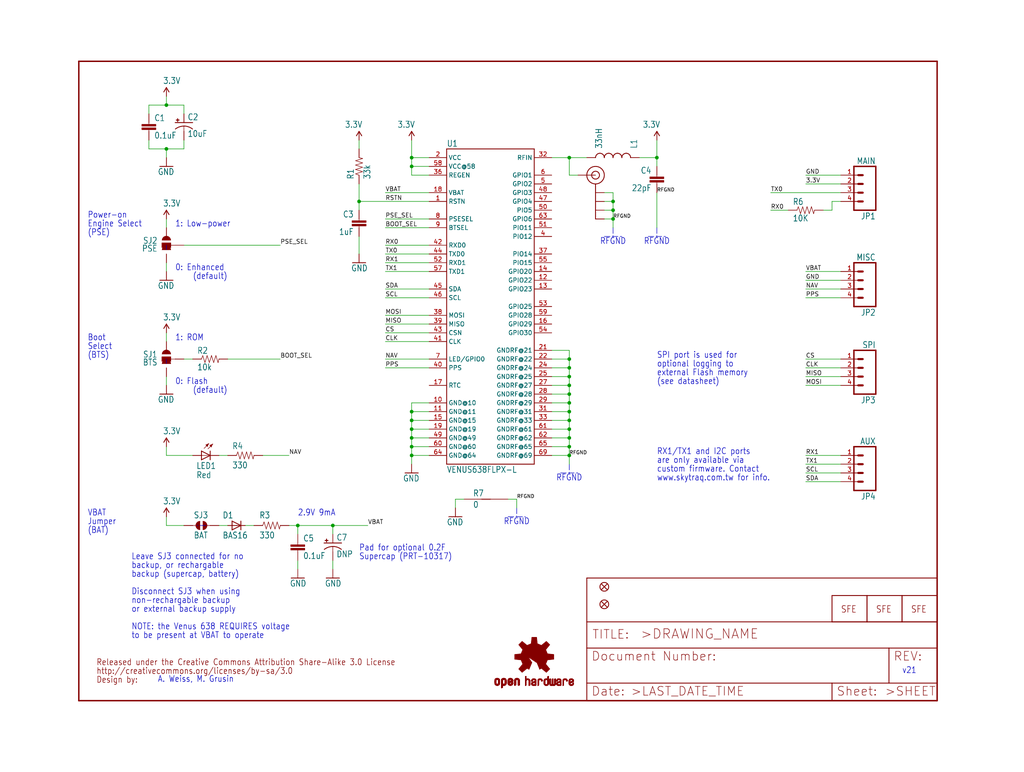
<source format=kicad_sch>
(kicad_sch (version 20211123) (generator eeschema)
  (paper "User" 297.002 223.926)
  (lib_symbols
    (symbol "schematicEagle-eagle-import:3.3V" (power)
      (property "Value" "3.3V" (at -1.016 3.556 0))
      (symbol "3.3V_1_0"
        (pin power_in line (at 0 0 90) (length 2.54) (name "3.3V") (number "1"))
      )
    )
    (symbol "schematicEagle-eagle-import:CAP0402-CAP"
      (property "Reference" "C" (at 1.524 2.921 0))
      (property "Value" "CAP0402-CAP" (at 1.524 -2.159 0))
      (symbol "CAP0402-CAP_1_0"
        (pin passive line (at 0 5.08 270) (length 2.54) (name "1") (number "1"))
        (pin passive line (at 0 -2.54 90) (length 2.54) (name "2") (number "2"))
      )
    )
    (symbol "schematicEagle-eagle-import:CAP_POL1206"
      (property "Reference" "C" (at 1.016 0.635 0))
      (property "Value" "CAP_POL1206" (at 1.016 -4.191 0))
      (symbol "CAP_POL1206_1_0"
        (pin passive line (at 0 2.54 270) (length 2.54) (name "+") (number "A"))
        (pin passive line (at 0 -5.08 90) (length 2.54) (name "-") (number "C"))
      )
    )
    (symbol "schematicEagle-eagle-import:CAP_POLEN_J2"
      (property "Reference" "C" (at 1.016 0.635 0))
      (property "Value" "CAP_POLEN_J2" (at 1.016 -4.191 0))
      (symbol "CAP_POLEN_J2_1_0"
        (pin passive line (at 0 2.54 270) (length 2.54) (name "+") (number "+"))
        (pin passive line (at 0 -5.08 90) (length 2.54) (name "-") (number "-"))
      )
    )
    (symbol "schematicEagle-eagle-import:CREATIVE_COMMONS"
      (symbol "CREATIVE_COMMONS_1_0"
        (text "Design by:" (at 0 0 0) (effects (font (size 1.778 1.5113)) (justify left bottom)))
        (text "http://creativecommons.org/licenses/by-sa/3.0" (at 0 2.54 0) (effects (font (size 1.778 1.5113)) (justify left bottom)))
        (text "Released under the Creative Commons Attribution Share-Alike 3.0 License" (at 0 5.08 0) (effects (font (size 1.778 1.5113)) (justify left bottom)))
      )
    )
    (symbol "schematicEagle-eagle-import:DIODESOD"
      (property "Reference" "D" (at 2.54 0.4826 0))
      (property "Value" "DIODESOD" (at 2.54 -2.3114 0))
      (symbol "DIODESOD_1_0"
        (pin passive line (at 2.54 0 180) (length 2.54) (name "C") (number "1"))
        (pin passive line (at -2.54 0 0) (length 2.54) (name "A") (number "2"))
      )
    )
    (symbol "schematicEagle-eagle-import:FIDUCIALUFIDUCIAL")
    (symbol "schematicEagle-eagle-import:FRAME-LETTER"
      (symbol "FRAME-LETTER_2_0"
        (text ">DRAWING_NAME" (at 15.494 17.78 0) (effects (font (size 2.7432 2.7432)) (justify left bottom)))
        (text ">LAST_DATE_TIME" (at 12.7 1.27 0) (effects (font (size 2.54 2.54)) (justify left bottom)))
        (text ">SHEET" (at 86.36 1.27 0) (effects (font (size 2.54 2.54)) (justify left bottom)))
        (text "Date:" (at 1.27 1.27 0) (effects (font (size 2.54 2.54)) (justify left bottom)))
        (text "Document Number:" (at 1.27 11.43 0) (effects (font (size 2.54 2.54)) (justify left bottom)))
        (text "REV:" (at 88.9 11.43 0) (effects (font (size 2.54 2.54)) (justify left bottom)))
        (text "Sheet:" (at 72.39 1.27 0) (effects (font (size 2.54 2.54)) (justify left bottom)))
        (text "TITLE:" (at 1.524 17.78 0) (effects (font (size 2.54 2.54)) (justify left bottom)))
      )
    )
    (symbol "schematicEagle-eagle-import:GND" (power)
      (property "Value" "GND" (at -2.54 -2.54 0))
      (symbol "GND_1_0"
        (pin power_in line (at 0 2.54 270) (length 2.54) (name "GND") (number "1"))
      )
    )
    (symbol "schematicEagle-eagle-import:GND-JUMP"
      (property "Reference" "R" (at 0 0.762 0))
      (property "Value" "GND-JUMP" (at 0 -2.54 0))
      (symbol "GND-JUMP_1_0"
        (pin bidirectional line (at -2.54 0 0) (length 5.08) (name "1") (number "1"))
        (pin bidirectional line (at 10.16 0 180) (length 5.08) (name "2") (number "2"))
      )
    )
    (symbol "schematicEagle-eagle-import:INDUCTOR0402"
      (property "Reference" "L" (at 2.54 5.08 0))
      (property "Value" "INDUCTOR0402" (at 2.54 -5.08 0))
      (symbol "INDUCTOR0402_1_0"
        (pin passive line (at 0 7.62 270) (length 2.54) (name "1") (number "1"))
        (pin passive line (at 0 -7.62 90) (length 2.54) (name "2") (number "2"))
      )
    )
    (symbol "schematicEagle-eagle-import:LED0603"
      (property "Reference" "LED" (at 3.556 -4.572 90))
      (property "Value" "LED0603" (at 5.715 -4.572 90))
      (symbol "LED0603_1_0"
        (pin passive line (at 0 2.54 270) (length 2.54) (name "A") (number "A"))
        (pin passive line (at 0 -5.08 90) (length 2.54) (name "C") (number "C"))
      )
    )
    (symbol "schematicEagle-eagle-import:LOGO-SFENW2"
      (symbol "LOGO-SFENW2_1_0"
        (text "SFE" (at 0 0 0) (effects (font (size 1.9304 1.6408)) (justify left bottom)))
      )
    )
    (symbol "schematicEagle-eagle-import:LOGO-SFESK"
      (symbol "LOGO-SFESK_1_0"
        (text "SFE" (at 0 0 0) (effects (font (size 1.9304 1.6408)) (justify left bottom)))
      )
    )
    (symbol "schematicEagle-eagle-import:M04PTH"
      (property "Reference" "JP" (at -5.08 8.382 0))
      (property "Value" "M04PTH" (at -5.08 -7.62 0))
      (symbol "M04PTH_1_0"
        (pin passive line (at 5.08 -2.54 180) (length 5.08) (name "1") (number "1"))
        (pin passive line (at 5.08 0 180) (length 5.08) (name "2") (number "2"))
        (pin passive line (at 5.08 2.54 180) (length 5.08) (name "3") (number "3"))
        (pin passive line (at 5.08 5.08 180) (length 5.08) (name "4") (number "4"))
      )
    )
    (symbol "schematicEagle-eagle-import:OSHW-LOGOS")
    (symbol "schematicEagle-eagle-import:RESISTOR0402-RES"
      (property "Reference" "R" (at -3.81 1.4986 0))
      (property "Value" "RESISTOR0402-RES" (at -3.81 -3.302 0))
      (symbol "RESISTOR0402-RES_1_0"
        (pin passive line (at -5.08 0 0) (length 2.54) (name "1") (number "1"))
        (pin passive line (at 5.08 0 180) (length 2.54) (name "2") (number "2"))
      )
    )
    (symbol "schematicEagle-eagle-import:SMA_EDGE"
      (symbol "SMA_EDGE_1_0"
        (pin bidirectional line (at -2.54 -5.08 0) (length 2.54) (name "GND@0") (number "GND@0"))
        (pin bidirectional line (at -2.54 -7.62 0) (length 2.54) (name "GND@1") (number "GND@1"))
        (pin bidirectional line (at -2.54 -10.16 0) (length 2.54) (name "GND@2") (number "GND@2"))
        (pin bidirectional line (at -2.54 -12.7 0) (length 2.54) (name "GND@3") (number "GND@3"))
        (pin bidirectional line (at 5.08 0 180) (length 5.08) (name "SIGNAL") (number "SIG"))
      )
    )
    (symbol "schematicEagle-eagle-import:SOLDERJUMPERNC"
      (property "Reference" "SJ" (at -2.54 2.54 0))
      (property "Value" "SOLDERJUMPERNC" (at -2.54 -5.08 0))
      (symbol "SOLDERJUMPERNC_1_0"
        (pin passive line (at -5.08 0 0) (length 2.54) (name "1") (number "1"))
        (pin passive line (at 5.08 0 180) (length 2.54) (name "2") (number "2"))
      )
    )
    (symbol "schematicEagle-eagle-import:SOLDERJUMPER_2WAYPASTE2&3"
      (property "Reference" "SJ" (at 2.54 0.381 0))
      (property "Value" "SOLDERJUMPER_2WAYPASTE2&3" (at 2.54 -1.905 0))
      (symbol "SOLDERJUMPER_2WAYPASTE2&3_1_0"
        (pin passive line (at 0 5.08 270) (length 2.54) (name "1") (number "1"))
        (pin passive line (at -5.08 0 0) (length 2.54) (name "2") (number "2"))
        (pin passive line (at 0 -5.08 90) (length 2.54) (name "3") (number "3"))
      )
    )
    (symbol "schematicEagle-eagle-import:VENUS638FLPX-L"
      (property "Reference" "U" (at -12.7 25.4 0))
      (property "Value" "VENUS638FLPX-L" (at -12.7 -71.12 0))
      (symbol "VENUS638FLPX-L_1_0"
        (pin bidirectional line (at -17.78 7.62 0) (length 5.08) (name "RSTN") (number "1"))
        (pin bidirectional line (at -17.78 -50.8 0) (length 5.08) (name "GND@10") (number "10"))
        (pin bidirectional line (at -17.78 -53.34 0) (length 5.08) (name "GND@11") (number "11"))
        (pin bidirectional line (at 17.78 -15.24 180) (length 5.08) (name "GPIO22") (number "12"))
        (pin bidirectional line (at 17.78 -17.78 180) (length 5.08) (name "GPIO23") (number "13"))
        (pin bidirectional line (at 17.78 -12.7 180) (length 5.08) (name "GPIO20") (number "14"))
        (pin bidirectional line (at -17.78 -55.88 0) (length 5.08) (name "GND@15") (number "15"))
        (pin bidirectional line (at 17.78 -27.94 180) (length 5.08) (name "GPIO29") (number "16"))
        (pin bidirectional line (at -17.78 -45.72 0) (length 5.08) (name "RTC") (number "17"))
        (pin bidirectional line (at -17.78 10.16 0) (length 5.08) (name "VBAT") (number "18"))
        (pin bidirectional line (at -17.78 -58.42 0) (length 5.08) (name "GND@19") (number "19"))
        (pin bidirectional line (at -17.78 20.32 0) (length 5.08) (name "VCC") (number "2"))
        (pin bidirectional line (at 17.78 -35.56 180) (length 5.08) (name "GNDRF@21") (number "21"))
        (pin bidirectional line (at 17.78 -38.1 180) (length 5.08) (name "GNDRF@22") (number "22"))
        (pin bidirectional line (at 17.78 -40.64 180) (length 5.08) (name "GNDRF@24") (number "24"))
        (pin bidirectional line (at 17.78 -43.18 180) (length 5.08) (name "GNDRF@25") (number "25"))
        (pin bidirectional line (at 17.78 -45.72 180) (length 5.08) (name "GNDRF@27") (number "27"))
        (pin bidirectional line (at 17.78 -48.26 180) (length 5.08) (name "GNDRF@28") (number "28"))
        (pin bidirectional line (at 17.78 -50.8 180) (length 5.08) (name "GNDRF@29") (number "29"))
        (pin bidirectional line (at 17.78 -53.34 180) (length 5.08) (name "GNDRF@31") (number "31"))
        (pin bidirectional line (at 17.78 20.32 180) (length 5.08) (name "RFIN") (number "32"))
        (pin bidirectional line (at 17.78 -55.88 180) (length 5.08) (name "GNDRF@33") (number "33"))
        (pin bidirectional line (at -17.78 15.24 0) (length 5.08) (name "REGEN") (number "36"))
        (pin bidirectional line (at 17.78 -7.62 180) (length 5.08) (name "PIO14") (number "37"))
        (pin bidirectional line (at -17.78 -25.4 0) (length 5.08) (name "MOSI") (number "38"))
        (pin bidirectional line (at -17.78 -27.94 0) (length 5.08) (name "MISO") (number "39"))
        (pin bidirectional line (at 17.78 -2.54 180) (length 5.08) (name "PIO12") (number "4"))
        (pin bidirectional line (at -17.78 -40.64 0) (length 5.08) (name "PPS") (number "40"))
        (pin bidirectional line (at -17.78 -33.02 0) (length 5.08) (name "CLK") (number "41"))
        (pin bidirectional line (at -17.78 -5.08 0) (length 5.08) (name "RXD0") (number "42"))
        (pin bidirectional line (at -17.78 -30.48 0) (length 5.08) (name "CSN") (number "43"))
        (pin bidirectional line (at -17.78 -7.62 0) (length 5.08) (name "TXD0") (number "44"))
        (pin bidirectional line (at -17.78 -17.78 0) (length 5.08) (name "SDA") (number "45"))
        (pin bidirectional line (at -17.78 -20.32 0) (length 5.08) (name "SCL") (number "46"))
        (pin bidirectional line (at 17.78 7.62 180) (length 5.08) (name "GPIO4") (number "47"))
        (pin bidirectional line (at 17.78 10.16 180) (length 5.08) (name "GPIO3") (number "48"))
        (pin bidirectional line (at -17.78 -60.96 0) (length 5.08) (name "GND@49") (number "49"))
        (pin bidirectional line (at 17.78 12.7 180) (length 5.08) (name "GPIO2") (number "5"))
        (pin bidirectional line (at 17.78 5.08 180) (length 5.08) (name "PIO5") (number "50"))
        (pin bidirectional line (at 17.78 0 180) (length 5.08) (name "PIO11") (number "51"))
        (pin bidirectional line (at -17.78 -10.16 0) (length 5.08) (name "RXD1") (number "52"))
        (pin bidirectional line (at 17.78 -22.86 180) (length 5.08) (name "GPIO25") (number "53"))
        (pin bidirectional line (at 17.78 -30.48 180) (length 5.08) (name "GPIO30") (number "54"))
        (pin bidirectional line (at 17.78 -10.16 180) (length 5.08) (name "PIO15") (number "55"))
        (pin bidirectional line (at -17.78 -12.7 0) (length 5.08) (name "TXD1") (number "57"))
        (pin bidirectional line (at -17.78 17.78 0) (length 5.08) (name "VCC@58") (number "58"))
        (pin bidirectional line (at 17.78 -25.4 180) (length 5.08) (name "GPIO28") (number "59"))
        (pin bidirectional line (at 17.78 15.24 180) (length 5.08) (name "GPIO1") (number "6"))
        (pin bidirectional line (at -17.78 -63.5 0) (length 5.08) (name "GND@60") (number "60"))
        (pin bidirectional line (at 17.78 -58.42 180) (length 5.08) (name "GNDRF@61") (number "61"))
        (pin bidirectional line (at 17.78 -60.96 180) (length 5.08) (name "GNDRF@62") (number "62"))
        (pin bidirectional line (at 17.78 2.54 180) (length 5.08) (name "GPIO6") (number "63"))
        (pin bidirectional line (at -17.78 -66.04 0) (length 5.08) (name "GND@64") (number "64"))
        (pin bidirectional line (at 17.78 -63.5 180) (length 5.08) (name "GNDRF@65") (number "65"))
        (pin bidirectional line (at 17.78 -66.04 180) (length 5.08) (name "GNDRF@69") (number "69"))
        (pin bidirectional line (at -17.78 -38.1 0) (length 5.08) (name "LED/GPIO0") (number "7"))
        (pin bidirectional line (at -17.78 2.54 0) (length 5.08) (name "PSESEL") (number "8"))
        (pin bidirectional line (at -17.78 0 0) (length 5.08) (name "BTSEL") (number "9"))
      )
    )
  )
  (junction (at 177.8 63.5))
  (junction (at 119.38 132.08))
  (junction (at 165.1 119.38))
  (junction (at 165.1 129.54))
  (junction (at 190.5 45.72))
  (junction (at 165.1 114.3))
  (junction (at 177.8 60.96))
  (junction (at 119.38 121.92))
  (junction (at 165.1 127))
  (junction (at 165.1 45.72))
  (junction (at 165.1 109.22))
  (junction (at 177.8 58.42))
  (junction (at 165.1 111.76))
  (junction (at 48.26 30.48))
  (junction (at 165.1 106.68))
  (junction (at 165.1 116.84))
  (junction (at 86.36 152.4))
  (junction (at 165.1 104.14))
  (junction (at 119.38 129.54))
  (junction (at 104.14 58.42))
  (junction (at 119.38 127))
  (junction (at 165.1 124.46))
  (junction (at 165.1 121.92))
  (junction (at 119.38 48.26))
  (junction (at 119.38 45.72))
  (junction (at 48.26 43.18))
  (junction (at 119.38 124.46))
  (junction (at 96.52 152.4))
  (junction (at 165.1 132.08))
  (junction (at 119.38 119.38))
  (wire (pts (xy 83.82 132.08) (xy 76.2 132.08)))
  (wire (pts (xy 124.46 63.5) (xy 111.76 63.5)))
  (wire (pts (xy 243.84 50.8) (xy 233.68 50.8)))
  (wire (pts (xy 165.1 104.14) (xy 165.1 106.68)))
  (wire (pts (xy 165.1 109.22) (xy 160.02 109.22)))
  (wire (pts (xy 243.84 106.68) (xy 233.68 106.68)))
  (polyline (pts (xy 190.5 66.04) (xy 190.5 68.58)))
  (wire (pts (xy 96.52 154.94) (xy 96.52 152.4)))
  (wire (pts (xy 119.38 48.26) (xy 124.46 48.26)))
  (wire (pts (xy 185.42 45.72) (xy 190.5 45.72)))
  (wire (pts (xy 124.46 124.46) (xy 119.38 124.46)))
  (wire (pts (xy 124.46 127) (xy 119.38 127)))
  (wire (pts (xy 243.84 53.34) (xy 233.68 53.34)))
  (wire (pts (xy 111.76 93.98) (xy 124.46 93.98)))
  (wire (pts (xy 86.36 154.94) (xy 86.36 152.4)))
  (wire (pts (xy 177.8 55.88) (xy 177.8 58.42)))
  (polyline (pts (xy 147.32 149.86) (xy 149.86 149.86)))
  (wire (pts (xy 104.14 58.42) (xy 124.46 58.42)))
  (wire (pts (xy 132.08 147.32) (xy 132.08 144.78)))
  (wire (pts (xy 165.1 116.84) (xy 165.1 119.38)))
  (wire (pts (xy 243.84 111.76) (xy 233.68 111.76)))
  (wire (pts (xy 111.76 99.06) (xy 124.46 99.06)))
  (wire (pts (xy 165.1 124.46) (xy 165.1 127)))
  (wire (pts (xy 160.02 124.46) (xy 165.1 124.46)))
  (wire (pts (xy 53.34 104.14) (xy 55.88 104.14)))
  (wire (pts (xy 124.46 78.74) (xy 111.76 78.74)))
  (wire (pts (xy 124.46 129.54) (xy 119.38 129.54)))
  (wire (pts (xy 243.84 104.14) (xy 233.68 104.14)))
  (wire (pts (xy 165.1 111.76) (xy 165.1 114.3)))
  (polyline (pts (xy 149.86 149.86) (xy 152.4 149.86)))
  (wire (pts (xy 243.84 137.16) (xy 233.68 137.16)))
  (wire (pts (xy 96.52 162.56) (xy 96.52 165.1)))
  (wire (pts (xy 160.02 129.54) (xy 165.1 129.54)))
  (polyline (pts (xy 48.26 104.14) (xy 48.26 105.41)))
  (wire (pts (xy 43.18 30.48) (xy 48.26 30.48)))
  (wire (pts (xy 160.02 132.08) (xy 165.1 132.08)))
  (wire (pts (xy 48.26 149.86) (xy 48.26 152.4)))
  (wire (pts (xy 119.38 132.08) (xy 119.38 134.62)))
  (wire (pts (xy 111.76 66.04) (xy 124.46 66.04)))
  (wire (pts (xy 104.14 43.18) (xy 104.14 40.64)))
  (wire (pts (xy 124.46 119.38) (xy 119.38 119.38)))
  (wire (pts (xy 86.36 152.4) (xy 96.52 152.4)))
  (wire (pts (xy 104.14 58.42) (xy 104.14 53.34)))
  (wire (pts (xy 147.32 144.78) (xy 149.86 144.78)))
  (wire (pts (xy 48.26 27.94) (xy 48.26 30.48)))
  (wire (pts (xy 43.18 43.18) (xy 48.26 43.18)))
  (wire (pts (xy 43.18 40.64) (xy 43.18 43.18)))
  (wire (pts (xy 177.8 63.5) (xy 177.8 66.04)))
  (polyline (pts (xy 165.1 134.62) (xy 165.1 137.16)))
  (wire (pts (xy 165.1 104.14) (xy 160.02 104.14)))
  (wire (pts (xy 48.26 152.4) (xy 53.34 152.4)))
  (wire (pts (xy 165.1 127) (xy 165.1 129.54)))
  (wire (pts (xy 167.64 50.8) (xy 165.1 50.8)))
  (wire (pts (xy 165.1 119.38) (xy 165.1 121.92)))
  (polyline (pts (xy 175.26 68.58) (xy 180.34 68.58)))
  (wire (pts (xy 66.04 104.14) (xy 81.28 104.14)))
  (wire (pts (xy 177.8 60.96) (xy 177.8 63.5)))
  (wire (pts (xy 119.38 124.46) (xy 119.38 127)))
  (wire (pts (xy 119.38 119.38) (xy 119.38 121.92)))
  (wire (pts (xy 124.46 86.36) (xy 111.76 86.36)))
  (wire (pts (xy 243.84 132.08) (xy 233.68 132.08)))
  (wire (pts (xy 160.02 119.38) (xy 165.1 119.38)))
  (wire (pts (xy 165.1 114.3) (xy 165.1 116.84)))
  (wire (pts (xy 160.02 121.92) (xy 165.1 121.92)))
  (wire (pts (xy 132.08 144.78) (xy 134.62 144.78)))
  (wire (pts (xy 124.46 132.08) (xy 119.38 132.08)))
  (wire (pts (xy 190.5 40.64) (xy 190.5 45.72)))
  (wire (pts (xy 48.26 66.04) (xy 48.26 63.5)))
  (wire (pts (xy 124.46 50.8) (xy 119.38 50.8)))
  (wire (pts (xy 53.34 30.48) (xy 53.34 33.02)))
  (wire (pts (xy 243.84 139.7) (xy 233.68 139.7)))
  (wire (pts (xy 223.52 55.88) (xy 243.84 55.88)))
  (wire (pts (xy 175.26 58.42) (xy 177.8 58.42)))
  (polyline (pts (xy 48.26 71.12) (xy 48.26 72.39)))
  (wire (pts (xy 175.26 60.96) (xy 177.8 60.96)))
  (wire (pts (xy 73.66 152.4) (xy 71.12 152.4)))
  (wire (pts (xy 243.84 58.42) (xy 241.3 58.42)))
  (wire (pts (xy 119.38 45.72) (xy 124.46 45.72)))
  (wire (pts (xy 66.04 152.4) (xy 63.5 152.4)))
  (wire (pts (xy 160.02 106.68) (xy 165.1 106.68)))
  (wire (pts (xy 243.84 134.62) (xy 233.68 134.62)))
  (wire (pts (xy 43.18 33.02) (xy 43.18 30.48)))
  (wire (pts (xy 96.52 152.4) (xy 106.68 152.4)))
  (wire (pts (xy 160.02 127) (xy 165.1 127)))
  (wire (pts (xy 190.5 45.72) (xy 190.5 48.26)))
  (wire (pts (xy 165.1 50.8) (xy 165.1 45.72)))
  (wire (pts (xy 104.14 58.42) (xy 104.14 60.96)))
  (wire (pts (xy 177.8 58.42) (xy 177.8 60.96)))
  (wire (pts (xy 111.76 104.14) (xy 124.46 104.14)))
  (wire (pts (xy 48.26 129.54) (xy 48.26 132.08)))
  (wire (pts (xy 48.26 76.2) (xy 48.26 78.74)))
  (wire (pts (xy 111.76 106.68) (xy 124.46 106.68)))
  (wire (pts (xy 165.1 132.08) (xy 165.1 134.62)))
  (wire (pts (xy 124.46 116.84) (xy 119.38 116.84)))
  (wire (pts (xy 149.86 144.78) (xy 149.86 147.32)))
  (wire (pts (xy 160.02 101.6) (xy 165.1 101.6)))
  (wire (pts (xy 124.46 76.2) (xy 111.76 76.2)))
  (wire (pts (xy 165.1 106.68) (xy 165.1 109.22)))
  (wire (pts (xy 241.3 58.42) (xy 241.3 60.96)))
  (wire (pts (xy 111.76 96.52) (xy 124.46 96.52)))
  (wire (pts (xy 53.34 43.18) (xy 53.34 40.64)))
  (wire (pts (xy 48.26 132.08) (xy 55.88 132.08)))
  (polyline (pts (xy 177.8 66.04) (xy 177.8 68.58)))
  (wire (pts (xy 63.5 132.08) (xy 66.04 132.08)))
  (wire (pts (xy 104.14 68.58) (xy 104.14 73.66)))
  (polyline (pts (xy 162.56 137.16) (xy 167.64 137.16)))
  (wire (pts (xy 119.38 50.8) (xy 119.38 48.26)))
  (wire (pts (xy 53.34 71.12) (xy 81.28 71.12)))
  (wire (pts (xy 111.76 55.88) (xy 124.46 55.88)))
  (wire (pts (xy 86.36 162.56) (xy 86.36 165.1)))
  (wire (pts (xy 119.38 116.84) (xy 119.38 119.38)))
  (wire (pts (xy 119.38 127) (xy 119.38 129.54)))
  (wire (pts (xy 228.6 60.96) (xy 223.52 60.96)))
  (wire (pts (xy 165.1 121.92) (xy 165.1 124.46)))
  (wire (pts (xy 243.84 86.36) (xy 233.68 86.36)))
  (wire (pts (xy 48.26 45.72) (xy 48.26 43.18)))
  (wire (pts (xy 190.5 55.88) (xy 190.5 66.04)))
  (wire (pts (xy 160.02 116.84) (xy 165.1 116.84)))
  (wire (pts (xy 119.38 45.72) (xy 119.38 48.26)))
  (polyline (pts (xy 149.86 147.32) (xy 149.86 149.86)))
  (wire (pts (xy 83.82 152.4) (xy 86.36 152.4)))
  (wire (pts (xy 119.38 129.54) (xy 119.38 132.08)))
  (wire (pts (xy 175.26 55.88) (xy 177.8 55.88)))
  (wire (pts (xy 111.76 73.66) (xy 124.46 73.66)))
  (wire (pts (xy 160.02 111.76) (xy 165.1 111.76)))
  (wire (pts (xy 165.1 129.54) (xy 165.1 132.08)))
  (wire (pts (xy 165.1 45.72) (xy 160.02 45.72)))
  (wire (pts (xy 175.26 63.5) (xy 177.8 63.5)))
  (wire (pts (xy 111.76 91.44) (xy 124.46 91.44)))
  (wire (pts (xy 124.46 121.92) (xy 119.38 121.92)))
  (wire (pts (xy 111.76 71.12) (xy 124.46 71.12)))
  (wire (pts (xy 48.26 111.76) (xy 48.26 109.22)))
  (wire (pts (xy 243.84 109.22) (xy 233.68 109.22)))
  (polyline (pts (xy 59.69 152.4) (xy 57.15 152.4)))
  (wire (pts (xy 165.1 101.6) (xy 165.1 104.14)))
  (wire (pts (xy 124.46 83.82) (xy 111.76 83.82)))
  (wire (pts (xy 160.02 114.3) (xy 165.1 114.3)))
  (wire (pts (xy 48.26 99.06) (xy 48.26 96.52)))
  (wire (pts (xy 165.1 109.22) (xy 165.1 111.76)))
  (wire (pts (xy 48.26 43.18) (xy 53.34 43.18)))
  (wire (pts (xy 119.38 121.92) (xy 119.38 124.46)))
  (wire (pts (xy 119.38 45.72) (xy 119.38 40.64)))
  (wire (pts (xy 243.84 81.28) (xy 233.68 81.28)))
  (wire (pts (xy 170.18 45.72) (xy 165.1 45.72)))
  (wire (pts (xy 243.84 83.82) (xy 233.68 83.82)))
  (wire (pts (xy 243.84 78.74) (xy 233.68 78.74)))
  (wire (pts (xy 241.3 60.96) (xy 238.76 60.96)))
  (polyline (pts (xy 187.96 68.58) (xy 193.04 68.58)))
  (wire (pts (xy 48.26 30.48) (xy 53.34 30.48)))
  (text "NOTE: the Venus 638 REQUIRES voltage" (at 38.1 182.88 180) (effects (font (size 1.778 1.5113)) (justify left bottom)))
  (text "0: Flash" (at 50.8 111.76 180) (effects (font (size 1.778 1.5113)) (justify left bottom)))
  (text "RFGND" (at 161.29 139.7 180) (effects (font (size 1.778 1.5113)) (justify left bottom)))
  (text "Jumper" (at 25.4 152.4 180) (effects (font (size 1.778 1.5113)) (justify left bottom)))
  (text "custom firmware. Contact" (at 190.5 137.16 180) (effects (font (size 1.778 1.5113)) (justify left bottom)))
  (text "(default)" (at 55.88 81.28 180) (effects (font (size 1.778 1.5113)) (justify left bottom)))
  (text "VBAT" (at 25.4 149.86 180) (effects (font (size 1.778 1.5113)) (justify left bottom)))
  (text "Leave SJ3 connected for no" (at 38.1 162.56 180) (effects (font (size 1.778 1.5113)) (justify left bottom)))
  (text "RFGND" (at 173.99 71.12 180) (effects (font (size 1.778 1.5113)) (justify left bottom)))
  (text "RFGND" (at 186.69 71.12 180) (effects (font (size 1.778 1.5113)) (justify left bottom)))
  (text "or external backup supply" (at 38.1 177.8 180) (effects (font (size 1.778 1.5113)) (justify left bottom)))
  (text "(see datasheet)" (at 190.5 111.76 180) (effects (font (size 1.778 1.5113)) (justify left bottom)))
  (text "(PSE)" (at 25.4 68.58 180) (effects (font (size 1.778 1.5113)) (justify left bottom)))
  (text "Pad for optional 0.2F" (at 104.14 160.02 180) (effects (font (size 1.778 1.5113)) (justify left bottom)))
  (text "1: ROM" (at 50.8 99.06 180) (effects (font (size 1.778 1.5113)) (justify left bottom)))
  (text "backup, or rechargable" (at 38.1 165.1 180) (effects (font (size 1.778 1.5113)) (justify left bottom)))
  (text "RFGND" (at 146.05 152.4 180) (effects (font (size 1.778 1.5113)) (justify left bottom)))
  (text "0: Enhanced" (at 50.8 78.74 180) (effects (font (size 1.778 1.5113)) (justify left bottom)))
  (text "www.skytraq.com.tw for info." (at 190.5 139.7 180) (effects (font (size 1.778 1.5113)) (justify left bottom)))
  (text "2.9V 9mA" (at 86.36 149.86 180) (effects (font (size 1.778 1.5113)) (justify left bottom)))
  (text "1: Low-power" (at 50.8 66.04 180) (effects (font (size 1.778 1.5113)) (justify left bottom)))
  (text "external Flash memory" (at 190.5 109.22 180) (effects (font (size 1.778 1.5113)) (justify left bottom)))
  (text "are only available via" (at 190.5 134.62 180) (effects (font (size 1.778 1.5113)) (justify left bottom)))
  (text "v21" (at 261.62 195.58 180) (effects (font (size 1.778 1.5113)) (justify left bottom)))
  (text "(default)" (at 55.88 114.3 180) (effects (font (size 1.778 1.5113)) (justify left bottom)))
  (text "Supercap (PRT-10317)" (at 104.14 162.56 180) (effects (font (size 1.778 1.5113)) (justify left bottom)))
  (text "RX1/TX1 and I2C ports" (at 190.5 132.08 180) (effects (font (size 1.778 1.5113)) (justify left bottom)))
  (text "optional logging to" (at 190.5 106.68 180) (effects (font (size 1.778 1.5113)) (justify left bottom)))
  (text "Power-on" (at 25.4 63.5 180) (effects (font (size 1.778 1.5113)) (justify left bottom)))
  (text "backup (supercap, battery)" (at 38.1 167.64 180) (effects (font (size 1.778 1.5113)) (justify left bottom)))
  (text "Disconnect SJ3 when using" (at 38.1 172.72 180) (effects (font (size 1.778 1.5113)) (justify left bottom)))
  (text "to be present at VBAT to operate" (at 38.1 185.42 180) (effects (font (size 1.778 1.5113)) (justify left bottom)))
  (text "A. Weiss, M. Grusin" (at 45.72 198.12 180) (effects (font (size 1.778 1.5113)) (justify left bottom)))
  (text "Select" (at 25.4 101.6 180) (effects (font (size 1.778 1.5113)) (justify left bottom)))
  (text "Boot" (at 25.4 99.06 180) (effects (font (size 1.778 1.5113)) (justify left bottom)))
  (text "(BAT)" (at 25.4 154.94 180) (effects (font (size 1.778 1.5113)) (justify left bottom)))
  (text "(BTS)" (at 25.4 104.14 180) (effects (font (size 1.778 1.5113)) (justify left bottom)))
  (text "Engine Select" (at 25.4 66.04 180) (effects (font (size 1.778 1.5113)) (justify left bottom)))
  (text "non-rechargable backup" (at 38.1 175.26 180) (effects (font (size 1.778 1.5113)) (justify left bottom)))
  (text "SPI port is used for" (at 190.5 104.14 180) (effects (font (size 1.778 1.5113)) (justify left bottom)))
  (label "NAV" (at 111.76 104.14 0) (effects (font (size 1.2446 1.2446))))
  (label "NAV" (at 233.68 83.82 0) (effects (font (size 1.2446 1.2446))))
  (label "MOSI" (at 233.68 111.76 0) (effects (font (size 1.2446 1.2446))))
  (label "BOOT_SEL" (at 81.28 104.14 0) (effects (font (size 1.2446 1.2446))))
  (label "RFGND" (at 149.86 144.78 0) (effects (font (size 1.016 1.016))))
  (label "VBAT" (at 111.76 55.88 0) (effects (font (size 1.2446 1.2446))))
  (label "CLK" (at 233.68 106.68 0) (effects (font (size 1.2446 1.2446))))
  (label "RX0" (at 223.52 60.96 0) (effects (font (size 1.2446 1.2446))))
  (label "PSE_SEL" (at 111.76 63.5 0) (effects (font (size 1.2446 1.2446))))
  (label "TX1" (at 111.76 78.74 0) (effects (font (size 1.2446 1.2446))))
  (label "SDA" (at 111.76 83.82 0) (effects (font (size 1.2446 1.2446))))
  (label "3.3V" (at 233.68 53.34 0) (effects (font (size 1.2446 1.2446))))
  (label "MISO" (at 111.76 93.98 0) (effects (font (size 1.2446 1.2446))))
  (label "BOOT_SEL" (at 111.76 66.04 0) (effects (font (size 1.2446 1.2446))))
  (label "RFGND" (at 165.1 132.08 0) (effects (font (size 1.016 1.016))))
  (label "GND" (at 233.68 50.8 0) (effects (font (size 1.2446 1.2446))))
  (label "CS" (at 233.68 104.14 0) (effects (font (size 1.2446 1.2446))))
  (label "RX0" (at 111.76 71.12 0) (effects (font (size 1.2446 1.2446))))
  (label "CS" (at 111.76 96.52 0) (effects (font (size 1.2446 1.2446))))
  (label "MOSI" (at 111.76 91.44 0) (effects (font (size 1.2446 1.2446))))
  (label "RFGND" (at 190.5 55.88 0) (effects (font (size 1.016 1.016))))
  (label "RFGND" (at 177.8 63.5 0) (effects (font (size 1.016 1.016))))
  (label "GND" (at 233.68 81.28 0) (effects (font (size 1.2446 1.2446))))
  (label "PPS" (at 233.68 86.36 0) (effects (font (size 1.2446 1.2446))))
  (label "VBAT" (at 106.68 152.4 0) (effects (font (size 1.2446 1.2446))))
  (label "MISO" (at 233.68 109.22 0) (effects (font (size 1.2446 1.2446))))
  (label "SCL" (at 111.76 86.36 0) (effects (font (size 1.2446 1.2446))))
  (label "CLK" (at 111.76 99.06 0) (effects (font (size 1.2446 1.2446))))
  (label "RSTN" (at 111.76 58.42 0) (effects (font (size 1.2446 1.2446))))
  (label "SDA" (at 233.68 139.7 0) (effects (font (size 1.2446 1.2446))))
  (label "RX1" (at 111.76 76.2 0) (effects (font (size 1.2446 1.2446))))
  (label "SCL" (at 233.68 137.16 0) (effects (font (size 1.2446 1.2446))))
  (label "NAV" (at 83.82 132.08 0) (effects (font (size 1.2446 1.2446))))
  (label "TX0" (at 111.76 73.66 0) (effects (font (size 1.2446 1.2446))))
  (label "PPS" (at 111.76 106.68 0) (effects (font (size 1.2446 1.2446))))
  (label "RX1" (at 233.68 132.08 0) (effects (font (size 1.2446 1.2446))))
  (label "TX0" (at 223.52 55.88 0) (effects (font (size 1.2446 1.2446))))
  (label "VBAT" (at 233.68 78.74 0) (effects (font (size 1.2446 1.2446))))
  (label "TX1" (at 233.68 134.62 0) (effects (font (size 1.2446 1.2446))))
  (label "PSE_SEL" (at 81.28 71.12 0) (effects (font (size 1.2446 1.2446))))
  (symbol (lib_id "schematicEagle-eagle-import:SMA_EDGE") (at 172.72 50.8 0) (mirror y) (unit 1)
    (property "Reference" "JP5" (effects hide))
    (property "Value" "SMA_EDGE" (effects hide))
    (property "Footprint" "schematicEagle:SMA-EDGE" (effects hide))
  )
  (symbol (lib_id "schematicEagle-eagle-import:RESISTOR0402-RES") (at 78.74 152.4 0) (unit 1)
    (property "Reference" "R3" (at 75.184 150.3934 0) (effects (font (size 1.778 1.5113)) (justify left bottom)))
    (property "Value" "330" (at 75.184 156.21 0) (effects (font (size 1.778 1.5113)) (justify left bottom)))
    (property "Footprint" "schematicEagle:0402-RES" (effects hide))
  )
  (symbol (lib_id "schematicEagle-eagle-import:CREATIVE_COMMONS") (at 27.94 198.12 0) (unit 1)
    (property "Reference" "U$5" (effects hide))
    (property "Value" "CREATIVE_COMMONS" (effects hide))
    (property "Footprint" "schematicEagle:CREATIVE_COMMONS" (effects hide))
  )
  (symbol (lib_id "schematicEagle-eagle-import:3.3V") (at 48.26 27.94 0) (unit 1)
    (property "Reference" "#P+5" (effects hide))
    (property "Value" "3.3V" (at 47.244 24.384 0) (effects (font (size 1.778 1.5113)) (justify left bottom)))
    (property "Footprint" "schematicEagle:" (effects hide))
  )
  (symbol (lib_id "schematicEagle-eagle-import:3.3V") (at 48.26 63.5 0) (unit 1)
    (property "Reference" "#P+6" (effects hide))
    (property "Value" "3.3V" (at 47.244 59.944 0) (effects (font (size 1.778 1.5113)) (justify left bottom)))
    (property "Footprint" "schematicEagle:" (effects hide))
  )
  (symbol (lib_id "schematicEagle-eagle-import:GND") (at 48.26 48.26 0) (unit 1)
    (property "Reference" "#GND5" (effects hide))
    (property "Value" "GND" (at 45.72 50.8 0) (effects (font (size 1.778 1.5113)) (justify left bottom)))
    (property "Footprint" "schematicEagle:" (effects hide))
  )
  (symbol (lib_id "schematicEagle-eagle-import:INDUCTOR0402") (at 177.8 45.72 270) (mirror x) (unit 1)
    (property "Reference" "L1" (at 182.88 43.18 0) (effects (font (size 1.778 1.5113)) (justify left bottom)))
    (property "Value" "33nH" (at 172.72 43.18 0) (effects (font (size 1.778 1.5113)) (justify left bottom)))
    (property "Footprint" "schematicEagle:C0402" (effects hide))
  )
  (symbol (lib_id "schematicEagle-eagle-import:M04PTH") (at 248.92 81.28 180) (unit 1)
    (property "Reference" "JP2" (at 254 89.662 0) (effects (font (size 1.778 1.5113)) (justify left bottom)))
    (property "Value" "MISC" (at 254 73.66 0) (effects (font (size 1.778 1.5113)) (justify left bottom)))
    (property "Footprint" "schematicEagle:1X04" (effects hide))
  )
  (symbol (lib_id "schematicEagle-eagle-import:FIDUCIALUFIDUCIAL") (at 175.26 175.26 0) (unit 1)
    (property "Reference" "JP6" (effects hide))
    (property "Value" "FIDUCIALUFIDUCIAL" (effects hide))
    (property "Footprint" "schematicEagle:MICRO-FIDUCIAL" (effects hide))
  )
  (symbol (lib_id "schematicEagle-eagle-import:GND") (at 86.36 167.64 0) (mirror y) (unit 1)
    (property "Reference" "#GND8" (effects hide))
    (property "Value" "GND" (at 88.9 170.18 0) (effects (font (size 1.778 1.5113)) (justify left bottom)))
    (property "Footprint" "schematicEagle:" (effects hide))
  )
  (symbol (lib_id "schematicEagle-eagle-import:LOGO-SFENW2") (at 264.16 177.8 0) (unit 1)
    (property "Reference" "LOGO3" (effects hide))
    (property "Value" "LOGO-SFENW2" (effects hide))
    (property "Footprint" "schematicEagle:SFE-NEW-WEB" (effects hide))
  )
  (symbol (lib_id "schematicEagle-eagle-import:LOGO-SFESK") (at 243.84 177.8 0) (unit 1)
    (property "Reference" "LOGO1" (effects hide))
    (property "Value" "LOGO-SFESK" (effects hide))
    (property "Footprint" "schematicEagle:SFE-LOGO-FLAME" (effects hide))
  )
  (symbol (lib_id "schematicEagle-eagle-import:GND") (at 96.52 167.64 0) (mirror y) (unit 1)
    (property "Reference" "#GND7" (effects hide))
    (property "Value" "GND" (at 99.06 170.18 0) (effects (font (size 1.778 1.5113)) (justify left bottom)))
    (property "Footprint" "schematicEagle:" (effects hide))
  )
  (symbol (lib_id "schematicEagle-eagle-import:3.3V") (at 190.5 40.64 0) (mirror y) (unit 1)
    (property "Reference" "#P+7" (effects hide))
    (property "Value" "3.3V" (at 191.516 37.084 0) (effects (font (size 1.778 1.5113)) (justify left bottom)))
    (property "Footprint" "schematicEagle:" (effects hide))
  )
  (symbol (lib_id "schematicEagle-eagle-import:GND") (at 48.26 114.3 0) (unit 1)
    (property "Reference" "#GND4" (effects hide))
    (property "Value" "GND" (at 45.72 116.84 0) (effects (font (size 1.778 1.5113)) (justify left bottom)))
    (property "Footprint" "schematicEagle:" (effects hide))
  )
  (symbol (lib_id "schematicEagle-eagle-import:LED0603") (at 58.42 132.08 90) (mirror x) (unit 1)
    (property "Reference" "LED1" (at 56.896 134.112 90) (effects (font (size 1.778 1.5113)) (justify right top)))
    (property "Value" "Red" (at 56.896 136.779 90) (effects (font (size 1.778 1.5113)) (justify right top)))
    (property "Footprint" "schematicEagle:LED-0603" (effects hide))
  )
  (symbol (lib_id "schematicEagle-eagle-import:M04PTH") (at 248.92 134.62 180) (unit 1)
    (property "Reference" "JP4" (at 254 143.002 0) (effects (font (size 1.778 1.5113)) (justify left bottom)))
    (property "Value" "AUX" (at 254 127 0) (effects (font (size 1.778 1.5113)) (justify left bottom)))
    (property "Footprint" "schematicEagle:1X04" (effects hide))
  )
  (symbol (lib_id "schematicEagle-eagle-import:M04PTH") (at 248.92 106.68 180) (unit 1)
    (property "Reference" "JP3" (at 254 115.062 0) (effects (font (size 1.778 1.5113)) (justify left bottom)))
    (property "Value" "SPI" (at 254 99.06 0) (effects (font (size 1.778 1.5113)) (justify left bottom)))
    (property "Footprint" "schematicEagle:1X04" (effects hide))
  )
  (symbol (lib_id "schematicEagle-eagle-import:CAP0402-CAP") (at 190.5 53.34 0) (mirror y) (unit 1)
    (property "Reference" "C4" (at 188.976 50.419 0) (effects (font (size 1.778 1.5113)) (justify left bottom)))
    (property "Value" "22pF" (at 188.976 55.499 0) (effects (font (size 1.778 1.5113)) (justify left bottom)))
    (property "Footprint" "schematicEagle:0402-CAP" (effects hide))
  )
  (symbol (lib_id "schematicEagle-eagle-import:3.3V") (at 48.26 149.86 0) (unit 1)
    (property "Reference" "#P+8" (effects hide))
    (property "Value" "3.3V" (at 47.244 146.304 0) (effects (font (size 1.778 1.5113)) (justify left bottom)))
    (property "Footprint" "schematicEagle:" (effects hide))
  )
  (symbol (lib_id "schematicEagle-eagle-import:LOGO-SFESK") (at 254 177.8 0) (unit 1)
    (property "Reference" "LOGO2" (effects hide))
    (property "Value" "LOGO-SFESK" (effects hide))
    (property "Footprint" "schematicEagle:SFE-LOGO-FLAME" (effects hide))
  )
  (symbol (lib_id "schematicEagle-eagle-import:DIODESOD") (at 68.58 152.4 0) (unit 1)
    (property "Reference" "D1" (at 64.516 150.3934 0) (effects (font (size 1.778 1.5113)) (justify left bottom)))
    (property "Value" "BAS16" (at 64.516 156.2354 0) (effects (font (size 1.778 1.5113)) (justify left bottom)))
    (property "Footprint" "schematicEagle:SOD-323" (effects hide))
  )
  (symbol (lib_id "schematicEagle-eagle-import:CAP0402-CAP") (at 43.18 38.1 0) (unit 1)
    (property "Reference" "C1" (at 44.704 35.179 0) (effects (font (size 1.778 1.5113)) (justify left bottom)))
    (property "Value" "0.1uF" (at 44.704 40.259 0) (effects (font (size 1.778 1.5113)) (justify left bottom)))
    (property "Footprint" "schematicEagle:0402-CAP" (effects hide))
  )
  (symbol (lib_id "schematicEagle-eagle-import:3.3V") (at 48.26 96.52 0) (unit 1)
    (property "Reference" "#P+3" (effects hide))
    (property "Value" "3.3V" (at 47.244 92.964 0) (effects (font (size 1.778 1.5113)) (justify left bottom)))
    (property "Footprint" "schematicEagle:" (effects hide))
  )
  (symbol (lib_id "schematicEagle-eagle-import:GND") (at 104.14 76.2 0) (mirror y) (unit 1)
    (property "Reference" "#GND6" (effects hide))
    (property "Value" "GND" (at 106.68 78.74 0) (effects (font (size 1.778 1.5113)) (justify left bottom)))
    (property "Footprint" "schematicEagle:" (effects hide))
  )
  (symbol (lib_id "schematicEagle-eagle-import:RESISTOR0402-RES") (at 104.14 48.26 90) (unit 1)
    (property "Reference" "R1" (at 102.6414 52.07 0) (effects (font (size 1.778 1.5113)) (justify left bottom)))
    (property "Value" "33k" (at 107.442 52.07 0) (effects (font (size 1.778 1.5113)) (justify left bottom)))
    (property "Footprint" "schematicEagle:0402-RES" (effects hide))
  )
  (symbol (lib_id "schematicEagle-eagle-import:FIDUCIALUFIDUCIAL") (at 175.26 170.18 0) (unit 1)
    (property "Reference" "JP7" (effects hide))
    (property "Value" "FIDUCIALUFIDUCIAL" (effects hide))
    (property "Footprint" "schematicEagle:MICRO-FIDUCIAL" (effects hide))
  )
  (symbol (lib_id "schematicEagle-eagle-import:SOLDERJUMPER_2WAYPASTE2&3") (at 48.26 71.12 0) (mirror y) (unit 1)
    (property "Reference" "SJ2" (at 45.72 70.739 0) (effects (font (size 1.778 1.5113)) (justify left bottom)))
    (property "Value" "PSE" (at 45.72 73.025 0) (effects (font (size 1.778 1.5113)) (justify left bottom)))
    (property "Footprint" "schematicEagle:SJ_3_PASTE2&3" (effects hide))
  )
  (symbol (lib_id "schematicEagle-eagle-import:FRAME-LETTER") (at 22.86 203.2 0) (unit 1)
    (property "Reference" "#FRAME1" (effects hide))
    (property "Value" "FRAME-LETTER" (effects hide))
    (property "Footprint" "schematicEagle:" (effects hide))
  )
  (symbol (lib_id "schematicEagle-eagle-import:RESISTOR0402-RES") (at 60.96 104.14 0) (unit 1)
    (property "Reference" "R2" (at 57.15 102.6414 0) (effects (font (size 1.778 1.5113)) (justify left bottom)))
    (property "Value" "10k" (at 57.15 107.442 0) (effects (font (size 1.778 1.5113)) (justify left bottom)))
    (property "Footprint" "schematicEagle:0402-RES" (effects hide))
  )
  (symbol (lib_id "schematicEagle-eagle-import:SOLDERJUMPERNC") (at 58.42 152.4 0) (unit 1)
    (property "Reference" "SJ3" (at 56.134 150.368 0) (effects (font (size 1.778 1.5113)) (justify left bottom)))
    (property "Value" "BAT" (at 56.134 156.21 0) (effects (font (size 1.778 1.5113)) (justify left bottom)))
    (property "Footprint" "schematicEagle:SJ_2S" (effects hide))
  )
  (symbol (lib_id "schematicEagle-eagle-import:OSHW-LOGOS") (at 154.94 190.5 0) (unit 1)
    (property "Reference" "U$4" (effects hide))
    (property "Value" "OSHW-LOGOS" (effects hide))
    (property "Footprint" "schematicEagle:OSHW-LOGO-S" (effects hide))
  )
  (symbol (lib_id "schematicEagle-eagle-import:M04PTH") (at 248.92 53.34 180) (unit 1)
    (property "Reference" "JP1" (at 254 61.722 0) (effects (font (size 1.778 1.5113)) (justify left bottom)))
    (property "Value" "MAIN" (at 254 45.72 0) (effects (font (size 1.778 1.5113)) (justify left bottom)))
    (property "Footprint" "schematicEagle:1X04" (effects hide))
  )
  (symbol (lib_id "schematicEagle-eagle-import:SOLDERJUMPER_2WAYPASTE2&3") (at 48.26 104.14 0) (mirror y) (unit 1)
    (property "Reference" "SJ1" (at 45.72 103.759 0) (effects (font (size 1.778 1.5113)) (justify left bottom)))
    (property "Value" "BTS" (at 45.72 106.045 0) (effects (font (size 1.778 1.5113)) (justify left bottom)))
    (property "Footprint" "schematicEagle:SJ_3_PASTE2&3" (effects hide))
  )
  (symbol (lib_id "schematicEagle-eagle-import:CAP_POLEN_J2") (at 96.52 157.48 0) (unit 1)
    (property "Reference" "C7" (at 97.536 156.845 0) (effects (font (size 1.778 1.5113)) (justify left bottom)))
    (property "Value" "DNP" (at 97.536 161.671 0) (effects (font (size 1.778 1.5113)) (justify left bottom)))
    (property "Footprint" "schematicEagle:EN_J2" (effects hide))
  )
  (symbol (lib_id "schematicEagle-eagle-import:3.3V") (at 104.14 40.64 0) (mirror y) (unit 1)
    (property "Reference" "#P+4" (effects hide))
    (property "Value" "3.3V" (at 105.156 37.084 0) (effects (font (size 1.778 1.5113)) (justify left bottom)))
    (property "Footprint" "schematicEagle:" (effects hide))
  )
  (symbol (lib_id "schematicEagle-eagle-import:3.3V") (at 48.26 129.54 0) (unit 1)
    (property "Reference" "#P+2" (effects hide))
    (property "Value" "3.3V" (at 47.244 125.984 0) (effects (font (size 1.778 1.5113)) (justify left bottom)))
    (property "Footprint" "schematicEagle:" (effects hide))
  )
  (symbol (lib_id "schematicEagle-eagle-import:GND") (at 132.08 149.86 0) (unit 1)
    (property "Reference" "#GND2" (effects hide))
    (property "Value" "GND" (at 129.54 152.4 0) (effects (font (size 1.778 1.5113)) (justify left bottom)))
    (property "Footprint" "schematicEagle:" (effects hide))
  )
  (symbol (lib_id "schematicEagle-eagle-import:VENUS638FLPX-L") (at 142.24 66.04 0) (unit 1)
    (property "Reference" "U1" (at 129.54 40.64 0) (effects (font (size 1.778 1.5113)) (justify left top)))
    (property "Value" "VENUS638FLPX-L" (at 129.54 137.16 0) (effects (font (size 1.778 1.5113)) (justify left bottom)))
    (property "Footprint" "schematicEagle:VENUS638FLPX" (effects hide))
  )
  (symbol (lib_id "schematicEagle-eagle-import:3.3V") (at 119.38 40.64 0) (mirror y) (unit 1)
    (property "Reference" "#P+1" (effects hide))
    (property "Value" "3.3V" (at 120.396 37.084 0) (effects (font (size 1.778 1.5113)) (justify left bottom)))
    (property "Footprint" "schematicEagle:" (effects hide))
  )
  (symbol (lib_id "schematicEagle-eagle-import:RESISTOR0402-RES") (at 233.68 60.96 0) (unit 1)
    (property "Reference" "R6" (at 229.87 59.4614 0) (effects (font (size 1.778 1.5113)) (justify left bottom)))
    (property "Value" "10K" (at 229.87 64.262 0) (effects (font (size 1.778 1.5113)) (justify left bottom)))
    (property "Footprint" "schematicEagle:0402-RES" (effects hide))
  )
  (symbol (lib_id "schematicEagle-eagle-import:RESISTOR0402-RES") (at 71.12 132.08 0) (unit 1)
    (property "Reference" "R4" (at 67.31 130.3274 0) (effects (font (size 1.778 1.5113)) (justify left bottom)))
    (property "Value" "330" (at 67.31 135.89 0) (effects (font (size 1.778 1.5113)) (justify left bottom)))
    (property "Footprint" "schematicEagle:0402-RES" (effects hide))
  )
  (symbol (lib_id "schematicEagle-eagle-import:GND-JUMP") (at 137.16 144.78 0) (unit 1)
    (property "Reference" "R7" (at 137.16 144.018 0) (effects (font (size 1.778 1.5113)) (justify left bottom)))
    (property "Value" "0" (at 137.16 147.32 0) (effects (font (size 1.778 1.5113)) (justify left bottom)))
    (property "Footprint" "schematicEagle:GND-JUMP" (effects hide))
  )
  (symbol (lib_id "schematicEagle-eagle-import:CAP_POL1206") (at 53.34 35.56 0) (unit 1)
    (property "Reference" "C2" (at 54.356 34.925 0) (effects (font (size 1.778 1.5113)) (justify left bottom)))
    (property "Value" "10uF" (at 54.356 39.751 0) (effects (font (size 1.778 1.5113)) (justify left bottom)))
    (property "Footprint" "schematicEagle:EIA3216" (effects hide))
  )
  (symbol (lib_id "schematicEagle-eagle-import:FRAME-LETTER") (at 170.18 203.2 0) (unit 2)
    (property "Reference" "#FRAME1" (effects hide))
    (property "Value" "FRAME-LETTER" (effects hide))
    (property "Footprint" "schematicEagle:" (effects hide))
  )
  (symbol (lib_id "schematicEagle-eagle-import:CAP0402-CAP") (at 86.36 160.02 0) (unit 1)
    (property "Reference" "C5" (at 87.884 157.099 0) (effects (font (size 1.778 1.5113)) (justify left bottom)))
    (property "Value" "0.1uF" (at 87.884 162.179 0) (effects (font (size 1.778 1.5113)) (justify left bottom)))
    (property "Footprint" "schematicEagle:0402-CAP" (effects hide))
  )
  (symbol (lib_id "schematicEagle-eagle-import:CAP0402-CAP") (at 104.14 66.04 0) (mirror y) (unit 1)
    (property "Reference" "C3" (at 102.616 63.119 0) (effects (font (size 1.778 1.5113)) (justify left bottom)))
    (property "Value" "1uF" (at 102.616 68.199 0) (effects (font (size 1.778 1.5113)) (justify left bottom)))
    (property "Footprint" "schematicEagle:0402-CAP" (effects hide))
  )
  (symbol (lib_id "schematicEagle-eagle-import:GND") (at 48.26 81.28 0) (unit 1)
    (property "Reference" "#GND3" (effects hide))
    (property "Value" "GND" (at 45.72 83.82 0) (effects (font (size 1.778 1.5113)) (justify left bottom)))
    (property "Footprint" "schematicEagle:" (effects hide))
  )
  (symbol (lib_id "schematicEagle-eagle-import:GND") (at 119.38 137.16 0) (unit 1)
    (property "Reference" "#GND1" (effects hide))
    (property "Value" "GND" (at 116.84 139.7 0) (effects (font (size 1.778 1.5113)) (justify left bottom)))
    (property "Footprint" "schematicEagle:" (effects hide))
  )
)
</source>
